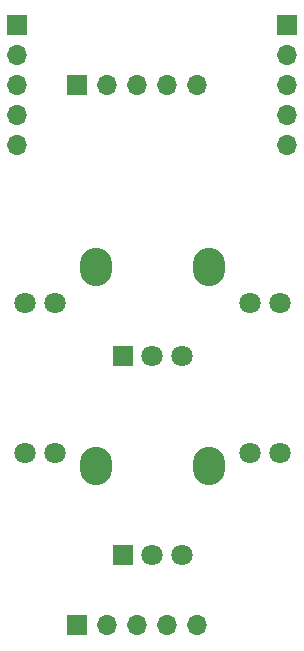
<source format=gbr>
%TF.GenerationSoftware,KiCad,Pcbnew,8.0.5*%
%TF.CreationDate,2024-11-14T15:36:57+05:30*%
%TF.ProjectId,v2ca,76326361-2e6b-4696-9361-645f70636258,rev?*%
%TF.SameCoordinates,Original*%
%TF.FileFunction,Soldermask,Bot*%
%TF.FilePolarity,Negative*%
%FSLAX46Y46*%
G04 Gerber Fmt 4.6, Leading zero omitted, Abs format (unit mm)*
G04 Created by KiCad (PCBNEW 8.0.5) date 2024-11-14 15:36:57*
%MOMM*%
%LPD*%
G01*
G04 APERTURE LIST*
%ADD10C,1.800000*%
%ADD11R,1.800000X1.800000*%
%ADD12O,2.720000X3.240000*%
%ADD13R,1.700000X1.700000*%
%ADD14O,1.700000X1.700000*%
G04 APERTURE END LIST*
D10*
%TO.C,U3*%
X70485000Y-69215000D03*
X73025000Y-69215000D03*
X70485000Y-81915000D03*
X73025000Y-81915000D03*
%TD*%
%TO.C,U1*%
X51435000Y-69215000D03*
X53975000Y-69215000D03*
X51435000Y-81915000D03*
X53975000Y-81915000D03*
%TD*%
D11*
%TO.C,RV2*%
X59730000Y-90561000D03*
D10*
X64730000Y-90561000D03*
X62230000Y-90561000D03*
D12*
X67030000Y-83061000D03*
X57430000Y-83061000D03*
%TD*%
D11*
%TO.C,RV1*%
X59730000Y-73670000D03*
D10*
X64730000Y-73670000D03*
X62230000Y-73670000D03*
D12*
X67030000Y-66170000D03*
X57430000Y-66170000D03*
%TD*%
D13*
%TO.C,OUTPUT1*%
X73660000Y-45720000D03*
D14*
X73660000Y-48260000D03*
X73660000Y-50800000D03*
X73660000Y-53340000D03*
X73660000Y-55880000D03*
%TD*%
D13*
%TO.C,INPUT1*%
X50800000Y-45720000D03*
D14*
X50800000Y-48260000D03*
X50800000Y-50800000D03*
X50800000Y-53340000D03*
X50800000Y-55880000D03*
%TD*%
D13*
%TO.C,GND1*%
X55880000Y-96520000D03*
D14*
X58420000Y-96520000D03*
X60960000Y-96520000D03*
X63500000Y-96520000D03*
X66040000Y-96520000D03*
%TD*%
D13*
%TO.C,5V1*%
X55880000Y-50800000D03*
D14*
X58420000Y-50800000D03*
X60960000Y-50800000D03*
X63500000Y-50800000D03*
X66040000Y-50800000D03*
%TD*%
M02*

</source>
